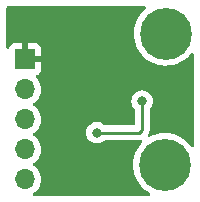
<source format=gbr>
%TF.GenerationSoftware,KiCad,Pcbnew,(6.0.1)*%
%TF.CreationDate,2023-03-07T00:34:02-05:00*%
%TF.ProjectId,PCBFiles_Node_Extra,50434246-696c-4657-935f-4e6f64655f45,rev?*%
%TF.SameCoordinates,Original*%
%TF.FileFunction,Copper,L2,Bot*%
%TF.FilePolarity,Positive*%
%FSLAX46Y46*%
G04 Gerber Fmt 4.6, Leading zero omitted, Abs format (unit mm)*
G04 Created by KiCad (PCBNEW (6.0.1)) date 2023-03-07 00:34:02*
%MOMM*%
%LPD*%
G01*
G04 APERTURE LIST*
%TA.AperFunction,ComponentPad*%
%ADD10C,4.400000*%
%TD*%
%TA.AperFunction,ComponentPad*%
%ADD11R,1.700000X1.700000*%
%TD*%
%TA.AperFunction,ComponentPad*%
%ADD12O,1.700000X1.700000*%
%TD*%
%TA.AperFunction,ViaPad*%
%ADD13C,0.800000*%
%TD*%
%TA.AperFunction,Conductor*%
%ADD14C,0.250000*%
%TD*%
G04 APERTURE END LIST*
D10*
%TO.P,H2,1*%
%TO.N,N/C*%
X131160000Y-96840000D03*
%TD*%
%TO.P,H1,1*%
%TO.N,N/C*%
X131220000Y-85720000D03*
%TD*%
D11*
%TO.P,J1,1,Pin_1*%
%TO.N,GND*%
X119295000Y-87890000D03*
D12*
%TO.P,J1,2,Pin_2*%
%TO.N,I2C1_SDA*%
X119295000Y-90430000D03*
%TO.P,J1,3,Pin_3*%
%TO.N,I2C1_SCL*%
X119295000Y-92970000D03*
%TO.P,J1,4,Pin_4*%
%TO.N,RESET*%
X119295000Y-95510000D03*
%TO.P,J1,5,Pin_5*%
%TO.N,+3V3*%
X119295000Y-98050000D03*
%TD*%
D13*
%TO.N,GND*%
X127150000Y-91230000D03*
X130180000Y-89850000D03*
X131000000Y-90960000D03*
%TO.N,RESET*%
X125390000Y-94110000D03*
X129210000Y-91440000D03*
%TD*%
D14*
%TO.N,RESET*%
X128980000Y-94110000D02*
X129210000Y-93880000D01*
X125390000Y-94110000D02*
X128980000Y-94110000D01*
X129210000Y-93880000D02*
X129210000Y-91440000D01*
%TD*%
%TA.AperFunction,Conductor*%
%TO.N,GND*%
G36*
X129424998Y-83398800D02*
G01*
X129493114Y-83418816D01*
X129539596Y-83472482D01*
X129549685Y-83542758D01*
X129520178Y-83607333D01*
X129501937Y-83624561D01*
X129436244Y-83675243D01*
X129203513Y-83904347D01*
X129201149Y-83907314D01*
X129201146Y-83907317D01*
X129067397Y-84075162D01*
X128999991Y-84159751D01*
X128828626Y-84437757D01*
X128691902Y-84734336D01*
X128591797Y-85045192D01*
X128591079Y-85048903D01*
X128591078Y-85048907D01*
X128530482Y-85362105D01*
X128530481Y-85362114D01*
X128529763Y-85365824D01*
X128506698Y-85691585D01*
X128522936Y-86017759D01*
X128578241Y-86339619D01*
X128579329Y-86343258D01*
X128579330Y-86343261D01*
X128654681Y-86595214D01*
X128671814Y-86652504D01*
X128673327Y-86655975D01*
X128673329Y-86655981D01*
X128730151Y-86786351D01*
X128802297Y-86951881D01*
X128804220Y-86955152D01*
X128804222Y-86955156D01*
X128823830Y-86988510D01*
X128967802Y-87233414D01*
X128970103Y-87236429D01*
X129163631Y-87490012D01*
X129163636Y-87490017D01*
X129165931Y-87493025D01*
X129168575Y-87495739D01*
X129303584Y-87634329D01*
X129393814Y-87726953D01*
X129466635Y-87785607D01*
X129645196Y-87929431D01*
X129645201Y-87929435D01*
X129648149Y-87931809D01*
X129925253Y-88104627D01*
X130221112Y-88242903D01*
X130531440Y-88344634D01*
X130851742Y-88408346D01*
X130855514Y-88408633D01*
X130855522Y-88408634D01*
X131173602Y-88432829D01*
X131173607Y-88432829D01*
X131177379Y-88433116D01*
X131503633Y-88418586D01*
X131563425Y-88408634D01*
X131822037Y-88365590D01*
X131822042Y-88365589D01*
X131825778Y-88364967D01*
X132139149Y-88273034D01*
X132142616Y-88271544D01*
X132142620Y-88271543D01*
X132435721Y-88145616D01*
X132435723Y-88145615D01*
X132439205Y-88144119D01*
X132721601Y-87980091D01*
X132982245Y-87783324D01*
X133141155Y-87630135D01*
X133214632Y-87559303D01*
X133214635Y-87559300D01*
X133217363Y-87556670D01*
X133353967Y-87388879D01*
X133412485Y-87348680D01*
X133483449Y-87346501D01*
X133544325Y-87383033D01*
X133575786Y-87446679D01*
X133577677Y-87467810D01*
X133601214Y-92292401D01*
X133615483Y-95217162D01*
X133595813Y-95285380D01*
X133542385Y-95332134D01*
X133472161Y-95342580D01*
X133407437Y-95313403D01*
X133390127Y-95295264D01*
X133380050Y-95282342D01*
X133218909Y-95075720D01*
X133197726Y-95048558D01*
X133197724Y-95048556D01*
X133195390Y-95045563D01*
X132965070Y-94814034D01*
X132708603Y-94611852D01*
X132429705Y-94441945D01*
X132426261Y-94440379D01*
X132426257Y-94440377D01*
X132281583Y-94374598D01*
X132132414Y-94306775D01*
X131821037Y-94208300D01*
X131531232Y-94153802D01*
X131503809Y-94148645D01*
X131503807Y-94148645D01*
X131500086Y-94147945D01*
X131174208Y-94126586D01*
X131170428Y-94126794D01*
X131170427Y-94126794D01*
X131072897Y-94132162D01*
X130848124Y-94144532D01*
X130844397Y-94145193D01*
X130844393Y-94145193D01*
X130735663Y-94164463D01*
X130526557Y-94201522D01*
X130522941Y-94202624D01*
X130522933Y-94202626D01*
X130225211Y-94293365D01*
X130214167Y-94296731D01*
X129915477Y-94428781D01*
X129890041Y-94443914D01*
X129884998Y-94446914D01*
X129816227Y-94464553D01*
X129748837Y-94442212D01*
X129704224Y-94386983D01*
X129696552Y-94316402D01*
X129718643Y-94264563D01*
X129721159Y-94261100D01*
X129726586Y-94255321D01*
X129730403Y-94248378D01*
X129730406Y-94248374D01*
X129736348Y-94237566D01*
X129747199Y-94221047D01*
X129754758Y-94211301D01*
X129759614Y-94205041D01*
X129762759Y-94197772D01*
X129762762Y-94197768D01*
X129777174Y-94164463D01*
X129782391Y-94153813D01*
X129803695Y-94115060D01*
X129808733Y-94095437D01*
X129815137Y-94076734D01*
X129820033Y-94065420D01*
X129820033Y-94065419D01*
X129823181Y-94058145D01*
X129824420Y-94050322D01*
X129824423Y-94050312D01*
X129830099Y-94014476D01*
X129832505Y-94002856D01*
X129841528Y-93967711D01*
X129841528Y-93967710D01*
X129843500Y-93960030D01*
X129843500Y-93939776D01*
X129845051Y-93920065D01*
X129846980Y-93907886D01*
X129848220Y-93900057D01*
X129844059Y-93856038D01*
X129843500Y-93844181D01*
X129843500Y-92142524D01*
X129863502Y-92074403D01*
X129875858Y-92058221D01*
X129949040Y-91976944D01*
X130044527Y-91811556D01*
X130103542Y-91629928D01*
X130106594Y-91600896D01*
X130122814Y-91446565D01*
X130123504Y-91440000D01*
X130103542Y-91250072D01*
X130044527Y-91068444D01*
X129949040Y-90903056D01*
X129821253Y-90761134D01*
X129666752Y-90648882D01*
X129660724Y-90646198D01*
X129660722Y-90646197D01*
X129498319Y-90573891D01*
X129498318Y-90573891D01*
X129492288Y-90571206D01*
X129372749Y-90545797D01*
X129311944Y-90532872D01*
X129311939Y-90532872D01*
X129305487Y-90531500D01*
X129114513Y-90531500D01*
X129108061Y-90532872D01*
X129108056Y-90532872D01*
X129047251Y-90545797D01*
X128927712Y-90571206D01*
X128921682Y-90573891D01*
X128921681Y-90573891D01*
X128759278Y-90646197D01*
X128759276Y-90646198D01*
X128753248Y-90648882D01*
X128598747Y-90761134D01*
X128470960Y-90903056D01*
X128375473Y-91068444D01*
X128316458Y-91250072D01*
X128296496Y-91440000D01*
X128297186Y-91446565D01*
X128313407Y-91600896D01*
X128316458Y-91629928D01*
X128375473Y-91811556D01*
X128470960Y-91976944D01*
X128544137Y-92058215D01*
X128574853Y-92122221D01*
X128576500Y-92142524D01*
X128576500Y-93350500D01*
X128556498Y-93418621D01*
X128502842Y-93465114D01*
X128450500Y-93476500D01*
X126098200Y-93476500D01*
X126030079Y-93456498D01*
X126010853Y-93440157D01*
X126010580Y-93440460D01*
X126005668Y-93436037D01*
X126001253Y-93431134D01*
X125846752Y-93318882D01*
X125840724Y-93316198D01*
X125840722Y-93316197D01*
X125678319Y-93243891D01*
X125678318Y-93243891D01*
X125672288Y-93241206D01*
X125578887Y-93221353D01*
X125491944Y-93202872D01*
X125491939Y-93202872D01*
X125485487Y-93201500D01*
X125294513Y-93201500D01*
X125288061Y-93202872D01*
X125288056Y-93202872D01*
X125201113Y-93221353D01*
X125107712Y-93241206D01*
X125101682Y-93243891D01*
X125101681Y-93243891D01*
X124939278Y-93316197D01*
X124939276Y-93316198D01*
X124933248Y-93318882D01*
X124778747Y-93431134D01*
X124774326Y-93436044D01*
X124774325Y-93436045D01*
X124737942Y-93476453D01*
X124650960Y-93573056D01*
X124555473Y-93738444D01*
X124496458Y-93920072D01*
X124495768Y-93926633D01*
X124495768Y-93926635D01*
X124477186Y-94103435D01*
X124476496Y-94110000D01*
X124477186Y-94116565D01*
X124491040Y-94248374D01*
X124496458Y-94299928D01*
X124555473Y-94481556D01*
X124558776Y-94487278D01*
X124558777Y-94487279D01*
X124587384Y-94536828D01*
X124650960Y-94646944D01*
X124655378Y-94651851D01*
X124655379Y-94651852D01*
X124737452Y-94743003D01*
X124778747Y-94788866D01*
X124933248Y-94901118D01*
X124939276Y-94903802D01*
X124939278Y-94903803D01*
X124988878Y-94925886D01*
X125107712Y-94978794D01*
X125201113Y-94998647D01*
X125288056Y-95017128D01*
X125288061Y-95017128D01*
X125294513Y-95018500D01*
X125485487Y-95018500D01*
X125491939Y-95017128D01*
X125491944Y-95017128D01*
X125578888Y-94998647D01*
X125672288Y-94978794D01*
X125791122Y-94925886D01*
X125840722Y-94903803D01*
X125840724Y-94903802D01*
X125846752Y-94901118D01*
X125941333Y-94832401D01*
X125992476Y-94795243D01*
X126001253Y-94788866D01*
X126005668Y-94783963D01*
X126010580Y-94779540D01*
X126011705Y-94780789D01*
X126065014Y-94747949D01*
X126098200Y-94743500D01*
X128901233Y-94743500D01*
X128912416Y-94744027D01*
X128919909Y-94745702D01*
X128927835Y-94745453D01*
X128927836Y-94745453D01*
X128987986Y-94743562D01*
X128991945Y-94743500D01*
X129019856Y-94743500D01*
X129023791Y-94743003D01*
X129023856Y-94742995D01*
X129035693Y-94742062D01*
X129067951Y-94741048D01*
X129071970Y-94740922D01*
X129079889Y-94740673D01*
X129099343Y-94735021D01*
X129118698Y-94731013D01*
X129119166Y-94730954D01*
X129189257Y-94742260D01*
X129242108Y-94789665D01*
X129260941Y-94858118D01*
X129239775Y-94925886D01*
X129223352Y-94945752D01*
X129146221Y-95021681D01*
X129143513Y-95024347D01*
X129141149Y-95027314D01*
X129141146Y-95027317D01*
X128989866Y-95217162D01*
X128939991Y-95279751D01*
X128768626Y-95557757D01*
X128631902Y-95854336D01*
X128531797Y-96165192D01*
X128531079Y-96168903D01*
X128531078Y-96168907D01*
X128470482Y-96482105D01*
X128470481Y-96482114D01*
X128469763Y-96485824D01*
X128469496Y-96489600D01*
X128469495Y-96489605D01*
X128447048Y-96806638D01*
X128446698Y-96811585D01*
X128450603Y-96890027D01*
X128458560Y-97049848D01*
X128462936Y-97137759D01*
X128463577Y-97141490D01*
X128463578Y-97141498D01*
X128503990Y-97376680D01*
X128518241Y-97459619D01*
X128519329Y-97463258D01*
X128519330Y-97463261D01*
X128563425Y-97610702D01*
X128611814Y-97772504D01*
X128613327Y-97775975D01*
X128613329Y-97775981D01*
X128691391Y-97955083D01*
X128742297Y-98071881D01*
X128744220Y-98075152D01*
X128744222Y-98075156D01*
X128786584Y-98147215D01*
X128907802Y-98353414D01*
X128910103Y-98356429D01*
X129103631Y-98610012D01*
X129103636Y-98610017D01*
X129105931Y-98613025D01*
X129167931Y-98676670D01*
X129236871Y-98747438D01*
X129333814Y-98846953D01*
X129441251Y-98933489D01*
X129585196Y-99049431D01*
X129585201Y-99049435D01*
X129588149Y-99051809D01*
X129842317Y-99210323D01*
X129845606Y-99212374D01*
X129892822Y-99265394D01*
X129903878Y-99335524D01*
X129875264Y-99400499D01*
X129816064Y-99439689D01*
X129778929Y-99445286D01*
X120071988Y-99445319D01*
X120003868Y-99425317D01*
X119957375Y-99371662D01*
X119947270Y-99301388D01*
X119976763Y-99236807D01*
X119998818Y-99216742D01*
X120174860Y-99091173D01*
X120333096Y-98933489D01*
X120392594Y-98850689D01*
X120460435Y-98756277D01*
X120463453Y-98752077D01*
X120532177Y-98613025D01*
X120560136Y-98556453D01*
X120560137Y-98556451D01*
X120562430Y-98551811D01*
X120608992Y-98398558D01*
X120625865Y-98343023D01*
X120625865Y-98343021D01*
X120627370Y-98338069D01*
X120656529Y-98116590D01*
X120656611Y-98113240D01*
X120658074Y-98053365D01*
X120658074Y-98053361D01*
X120658156Y-98050000D01*
X120639852Y-97827361D01*
X120585431Y-97610702D01*
X120496354Y-97405840D01*
X120375014Y-97218277D01*
X120224670Y-97053051D01*
X120220619Y-97049852D01*
X120220615Y-97049848D01*
X120053414Y-96917800D01*
X120053410Y-96917798D01*
X120049359Y-96914598D01*
X120008053Y-96891796D01*
X119958084Y-96841364D01*
X119943312Y-96771921D01*
X119968428Y-96705516D01*
X119995780Y-96678909D01*
X120039603Y-96647650D01*
X120174860Y-96551173D01*
X120333096Y-96393489D01*
X120392594Y-96310689D01*
X120460435Y-96216277D01*
X120463453Y-96212077D01*
X120562430Y-96011811D01*
X120594900Y-95904940D01*
X120625865Y-95803023D01*
X120625865Y-95803021D01*
X120627370Y-95798069D01*
X120656529Y-95576590D01*
X120657068Y-95554528D01*
X120658074Y-95513365D01*
X120658074Y-95513361D01*
X120658156Y-95510000D01*
X120639852Y-95287361D01*
X120585431Y-95070702D01*
X120496354Y-94865840D01*
X120416882Y-94742995D01*
X120377822Y-94682617D01*
X120377820Y-94682614D01*
X120375014Y-94678277D01*
X120224670Y-94513051D01*
X120220619Y-94509852D01*
X120220615Y-94509848D01*
X120053414Y-94377800D01*
X120053410Y-94377798D01*
X120049359Y-94374598D01*
X120008053Y-94351796D01*
X119958084Y-94301364D01*
X119943312Y-94231921D01*
X119968428Y-94165516D01*
X119995780Y-94138909D01*
X120056724Y-94095438D01*
X120174860Y-94011173D01*
X120333096Y-93853489D01*
X120339785Y-93844181D01*
X120460435Y-93676277D01*
X120463453Y-93672077D01*
X120562430Y-93471811D01*
X120627370Y-93258069D01*
X120656529Y-93036590D01*
X120658156Y-92970000D01*
X120639852Y-92747361D01*
X120585431Y-92530702D01*
X120496354Y-92325840D01*
X120375014Y-92138277D01*
X120224670Y-91973051D01*
X120220619Y-91969852D01*
X120220615Y-91969848D01*
X120053414Y-91837800D01*
X120053410Y-91837798D01*
X120049359Y-91834598D01*
X120008053Y-91811796D01*
X119958084Y-91761364D01*
X119943312Y-91691921D01*
X119968428Y-91625516D01*
X119995780Y-91598909D01*
X120039603Y-91567650D01*
X120174860Y-91471173D01*
X120333096Y-91313489D01*
X120378666Y-91250072D01*
X120460435Y-91136277D01*
X120463453Y-91132077D01*
X120562430Y-90931811D01*
X120627370Y-90718069D01*
X120656529Y-90496590D01*
X120658156Y-90430000D01*
X120639852Y-90207361D01*
X120585431Y-89990702D01*
X120496354Y-89785840D01*
X120375014Y-89598277D01*
X120371540Y-89594459D01*
X120371533Y-89594450D01*
X120227435Y-89436088D01*
X120196383Y-89372242D01*
X120204779Y-89301744D01*
X120249956Y-89246976D01*
X120276400Y-89233307D01*
X120383052Y-89193325D01*
X120398649Y-89184786D01*
X120500724Y-89108285D01*
X120513285Y-89095724D01*
X120589786Y-88993649D01*
X120598324Y-88978054D01*
X120643478Y-88857606D01*
X120647105Y-88842351D01*
X120652631Y-88791486D01*
X120653000Y-88784672D01*
X120653000Y-88162115D01*
X120648525Y-88146876D01*
X120647135Y-88145671D01*
X120639452Y-88144000D01*
X119167000Y-88144000D01*
X119098879Y-88123998D01*
X119052386Y-88070342D01*
X119041000Y-88018000D01*
X119041000Y-87617885D01*
X119549000Y-87617885D01*
X119553475Y-87633124D01*
X119554865Y-87634329D01*
X119562548Y-87636000D01*
X120634884Y-87636000D01*
X120650123Y-87631525D01*
X120651328Y-87630135D01*
X120652999Y-87622452D01*
X120652999Y-86995331D01*
X120652629Y-86988510D01*
X120647105Y-86937648D01*
X120643479Y-86922396D01*
X120598324Y-86801946D01*
X120589786Y-86786351D01*
X120513285Y-86684276D01*
X120500724Y-86671715D01*
X120398649Y-86595214D01*
X120383054Y-86586676D01*
X120262606Y-86541522D01*
X120247351Y-86537895D01*
X120196486Y-86532369D01*
X120189672Y-86532000D01*
X119567115Y-86532000D01*
X119551876Y-86536475D01*
X119550671Y-86537865D01*
X119549000Y-86545548D01*
X119549000Y-87617885D01*
X119041000Y-87617885D01*
X119041000Y-86550116D01*
X119036525Y-86534877D01*
X119035135Y-86533672D01*
X119027452Y-86532001D01*
X118400331Y-86532001D01*
X118393510Y-86532371D01*
X118342648Y-86537895D01*
X118327396Y-86541521D01*
X118206946Y-86586676D01*
X118191351Y-86595214D01*
X118089276Y-86671715D01*
X118076715Y-86684276D01*
X118000214Y-86786351D01*
X117991676Y-86801946D01*
X117953907Y-86902694D01*
X117911265Y-86959458D01*
X117844704Y-86984158D01*
X117775355Y-86968950D01*
X117725237Y-86918664D01*
X117709926Y-86858107D01*
X117710419Y-86684276D01*
X117715932Y-84737941D01*
X117719151Y-83601831D01*
X117720376Y-83584654D01*
X117723250Y-83564199D01*
X117724500Y-83555305D01*
X117723204Y-83546421D01*
X117723186Y-83539588D01*
X117725297Y-83516291D01*
X117725401Y-83515730D01*
X117743809Y-83469779D01*
X117748542Y-83462535D01*
X117783253Y-83427205D01*
X117786732Y-83424843D01*
X117790413Y-83422344D01*
X117836100Y-83403115D01*
X117837572Y-83402816D01*
X117858271Y-83400834D01*
X117863051Y-83401564D01*
X117883746Y-83398800D01*
X117893616Y-83397482D01*
X117910323Y-83396373D01*
X129424998Y-83398800D01*
G37*
%TD.AperFunction*%
%TD*%
M02*

</source>
